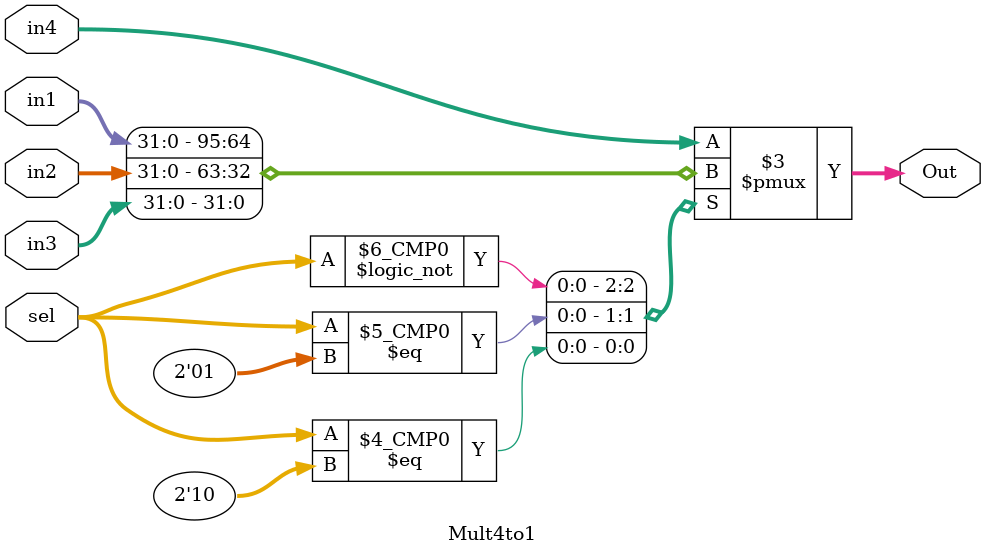
<source format=v>

module Mult4to1 (
    in1, in2, in3, in4, sel, Out
);
input [31:0] in1, in2, in3, in4;
input [1:0] sel;
output reg [31:0] Out;
always @(in1, in2, in3, in4, sel) begin
    case (sel)
        0: Out = in1; // had to swithc to blocking, because non-blocking was not working <=
        1: Out = in2; 
        2: Out = in3; 
        default: Out = in4;
    endcase
end
    
endmodule
</source>
